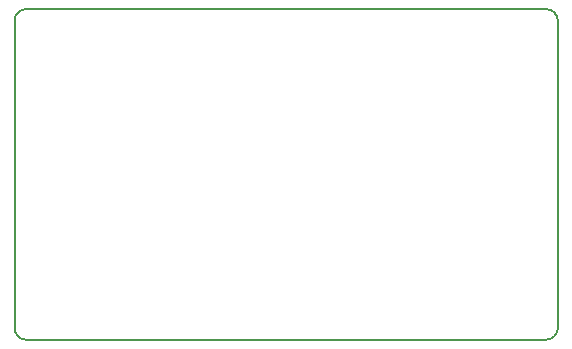
<source format=gbr>
%TF.GenerationSoftware,KiCad,Pcbnew,(5.1.6)-1*%
%TF.CreationDate,2022-05-27T14:19:17+02:00*%
%TF.ProjectId,Charger,43686172-6765-4722-9e6b-696361645f70,V1.0*%
%TF.SameCoordinates,Original*%
%TF.FileFunction,Profile,NP*%
%FSLAX46Y46*%
G04 Gerber Fmt 4.6, Leading zero omitted, Abs format (unit mm)*
G04 Created by KiCad (PCBNEW (5.1.6)-1) date 2022-05-27 14:19:17*
%MOMM*%
%LPD*%
G01*
G04 APERTURE LIST*
%TA.AperFunction,Profile*%
%ADD10C,0.150000*%
%TD*%
G04 APERTURE END LIST*
D10*
X128000000Y-75250000D02*
G75*
G02*
X129000000Y-74250000I1000000J0D01*
G01*
X173000000Y-74250000D02*
G75*
G02*
X174000000Y-75250000I0J-1000000D01*
G01*
X129000000Y-102250000D02*
G75*
G02*
X128000000Y-101250000I0J1000000D01*
G01*
X174000000Y-101250000D02*
G75*
G02*
X173000000Y-102250000I-1000000J0D01*
G01*
X173000000Y-74250000D02*
X129000000Y-74250000D01*
X174000000Y-101250000D02*
X174000000Y-75250000D01*
X129000000Y-102250000D02*
X173000000Y-102250000D01*
X128000000Y-75250000D02*
X128000000Y-101250000D01*
M02*

</source>
